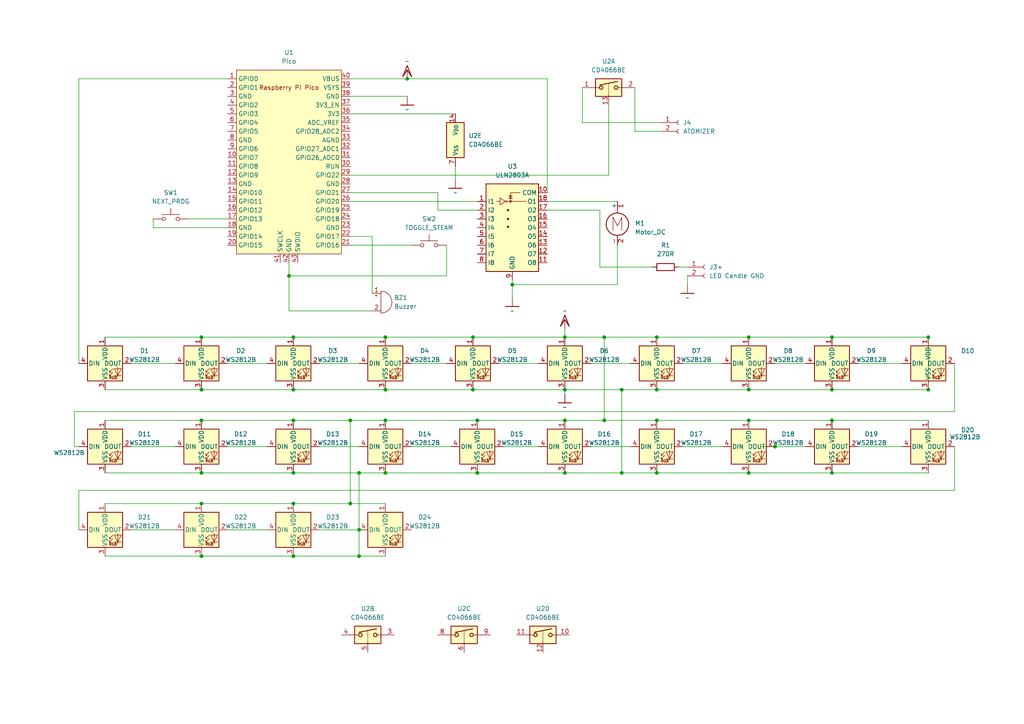
<source format=kicad_sch>
(kicad_sch (version 20231120) (generator "eeschema") (generator_version "8.0")
  (paper "A4")
  (title_block (title "Dr. Moratorius' Steampunk Hat") (date "2024-03-10") (rev "1.0") (company "Dr. Moratorius"))
  (lib_symbols
    (symbol "Adafruit NeoPixel Ring 12-eagle-import:GND" (power)
      (symbol "GND_1_0"
        (polyline (pts (xy -1.905 0) (xy 1.905 0)) (stroke (width 0.254)))
        (pin power_in line (at 0 2.54 270) (length 2.54) (name "GND") (number "1"))
      )
    )
    (symbol "Adafruit NeoPixel Ring 12-eagle-import:VDD" (power)
      (symbol "VDD_1_0"
        (polyline (pts (xy 0 0) (xy -1.27 -1.905)) (stroke (width 0.254)))
        (polyline (pts (xy 0 1.27) (xy -1.27 -1.905)) (stroke (width 0.254)))
        (polyline (pts (xy 1.27 -1.905) (xy 0 0)) (stroke (width 0.254)))
        (polyline (pts (xy 1.27 -1.905) (xy 0 1.27)) (stroke (width 0.254)))
        (pin power_in line (at 0 -2.54 90) (length 2.54) (name "VDD") (number "1"))
      )
    )
    (symbol "Analog_Switch:CD4066BE"
      (property "Reference" "U" (at -5.08 3.81 0))
      (property "Value" "CD4066BE" (at 7.62 3.81 0))
      (symbol "CD4066BE_1_1"
        (rectangle (start -3.81 2.54) (end 3.81 -2.54) (stroke (width 0.254)) (fill (type background)))
        (circle (center -2.159 0) (radius 0.508) (stroke (width 0.254)))
        (polyline (pts (xy -5.08 0) (xy -2.794 0)))
        (polyline (pts (xy -2.54 0.762) (xy 2.54 1.778)) (stroke (width 0.254)))
        (polyline (pts (xy 0 -2.54) (xy 0 -2.032)))
        (polyline (pts (xy 0 -1.778) (xy 0 -1.524)))
        (polyline (pts (xy 0 -1.27) (xy 0 -1.016)))
        (polyline (pts (xy 0 -0.762) (xy 0 -0.508)))
        (polyline (pts (xy 0 -0.254) (xy 0 0)))
        (polyline (pts (xy 0 0.254) (xy 0 0.508)))
        (polyline (pts (xy 0 0.762) (xy 0 1.016)))
        (polyline (pts (xy 5.08 0) (xy 2.794 0)))
        (circle (center 2.159 0) (radius 0.508) (stroke (width 0.254)))
        (pin bidirectional line (at -7.62 0 0) (length 2.54) (name "~") (number "1"))
        (pin input line (at 0 -5.08 90) (length 2.54) (name "~") (number "13"))
        (pin bidirectional line (at 7.62 0 180) (length 2.54) (name "~") (number "2"))
      )
      (symbol "CD4066BE_2_1"
        (rectangle (start -3.81 2.54) (end 3.81 -2.54) (stroke (width 0.254)) (fill (type background)))
        (circle (center -2.159 0) (radius 0.508) (stroke (width 0.254)))
        (polyline (pts (xy -5.08 0) (xy -2.794 0)))
        (polyline (pts (xy -2.54 0.762) (xy 2.54 1.778)) (stroke (width 0.254)))
        (polyline (pts (xy 0 -2.54) (xy 0 -2.032)))
        (polyline (pts (xy 0 -1.778) (xy 0 -1.524)))
        (polyline (pts (xy 0 -1.27) (xy 0 -1.016)))
        (polyline (pts (xy 0 -0.762) (xy 0 -0.508)))
        (polyline (pts (xy 0 -0.254) (xy 0 0)))
        (polyline (pts (xy 0 0.254) (xy 0 0.508)))
        (polyline (pts (xy 0 0.762) (xy 0 1.016)))
        (polyline (pts (xy 5.08 0) (xy 2.794 0)))
        (circle (center 2.159 0) (radius 0.508) (stroke (width 0.254)))
        (pin bidirectional line (at 7.62 0 180) (length 2.54) (name "~") (number "3"))
        (pin bidirectional line (at -7.62 0 0) (length 2.54) (name "~") (number "4"))
        (pin input line (at 0 -5.08 90) (length 2.54) (name "~") (number "5"))
      )
      (symbol "CD4066BE_3_1"
        (rectangle (start -3.81 2.54) (end 3.81 -2.54) (stroke (width 0.254)) (fill (type background)))
        (circle (center -2.159 0) (radius 0.508) (stroke (width 0.254)))
        (polyline (pts (xy -5.08 0) (xy -2.794 0)))
        (polyline (pts (xy -2.54 0.762) (xy 2.54 1.778)) (stroke (width 0.254)))
        (polyline (pts (xy 0 -2.54) (xy 0 -2.032)))
        (polyline (pts (xy 0 -1.778) (xy 0 -1.524)))
        (polyline (pts (xy 0 -1.27) (xy 0 -1.016)))
        (polyline (pts (xy 0 -0.762) (xy 0 -0.508)))
        (polyline (pts (xy 0 -0.254) (xy 0 0)))
        (polyline (pts (xy 0 0.254) (xy 0 0.508)))
        (polyline (pts (xy 0 0.762) (xy 0 1.016)))
        (polyline (pts (xy 5.08 0) (xy 2.794 0)))
        (circle (center 2.159 0) (radius 0.508) (stroke (width 0.254)))
        (pin input line (at 0 -5.08 90) (length 2.54) (name "~") (number "6"))
        (pin bidirectional line (at -7.62 0 0) (length 2.54) (name "~") (number "8"))
        (pin bidirectional line (at 7.62 0 180) (length 2.54) (name "~") (number "9"))
      )
      (symbol "CD4066BE_4_1"
        (rectangle (start -3.81 2.54) (end 3.81 -2.54) (stroke (width 0.254)) (fill (type background)))
        (circle (center -2.159 0) (radius 0.508) (stroke (width 0.254)))
        (polyline (pts (xy -5.08 0) (xy -2.794 0)))
        (polyline (pts (xy -2.54 0.762) (xy 2.54 1.778)) (stroke (width 0.254)))
        (polyline (pts (xy 0 -2.54) (xy 0 -2.032)))
        (polyline (pts (xy 0 -1.778) (xy 0 -1.524)))
        (polyline (pts (xy 0 -1.27) (xy 0 -1.016)))
        (polyline (pts (xy 0 -0.762) (xy 0 -0.508)))
        (polyline (pts (xy 0 -0.254) (xy 0 0)))
        (polyline (pts (xy 0 0.254) (xy 0 0.508)))
        (polyline (pts (xy 0 0.762) (xy 0 1.016)))
        (polyline (pts (xy 5.08 0) (xy 2.794 0)))
        (circle (center 2.159 0) (radius 0.508) (stroke (width 0.254)))
        (pin bidirectional line (at 7.62 0 180) (length 2.54) (name "~") (number "10"))
        (pin bidirectional line (at -7.62 0 0) (length 2.54) (name "~") (number "11"))
        (pin input line (at 0 -5.08 90) (length 2.54) (name "~") (number "12"))
      )
      (symbol "CD4066BE_5_1"
        (rectangle (start -2.54 5.08) (end 2.54 -5.08) (stroke (width 0.254)) (fill (type background)))
        (pin power_in line (at 0 7.62 270) (length 2.54) (name "V_{DD}") (number "14"))
        (pin power_in line (at 0 -7.62 90) (length 2.54) (name "V_{SS}") (number "7"))
      )
    )
    (symbol "Connector:Conn_01x02_Socket" (pin_names (offset 1.016) hide)
      (property "Reference" "J" (at 0 2.54 0))
      (property "Value" "Conn_01x02_Socket" (at 0 -5.08 0))
      (symbol "Conn_01x02_Socket_1_1"
        (arc (start 0 -2.032) (mid -0.5058 -2.54) (end 0 -3.048) (stroke (width 0.1524)))
        (polyline (pts (xy -1.27 -2.54) (xy -0.508 -2.54)) (stroke (width 0.1524)))
        (polyline (pts (xy -1.27 0) (xy -0.508 0)) (stroke (width 0.1524)))
        (arc (start 0 0.508) (mid -0.5058 0) (end 0 -0.508) (stroke (width 0.1524)))
        (pin passive line (at -5.08 0 0) (length 3.81) (name "Pin_1") (number "1"))
        (pin passive line (at -5.08 -2.54 0) (length 3.81) (name "Pin_2") (number "2"))
      )
    )
    (symbol "Device:Buzzer" (pin_names (offset 0.0254) hide)
      (property "Reference" "BZ" (at 3.81 1.27 0))
      (property "Value" "Buzzer" (at 3.81 -1.27 0))
      (symbol "Buzzer_0_1"
        (arc (start 0 -3.175) (mid 3.1612 0) (end 0 3.175))
        (polyline (pts (xy -1.651 1.905) (xy -1.143 1.905)))
        (polyline (pts (xy -1.397 2.159) (xy -1.397 1.651)))
        (polyline (pts (xy 0 3.175) (xy 0 -3.175)))
      )
      (symbol "Buzzer_1_1"
        (pin passive line (at -2.54 2.54 0) (length 2.54) (name "+") (number "1"))
        (pin passive line (at -2.54 -2.54 0) (length 2.54) (name "-") (number "2"))
      )
    )
    (symbol "Device:R" (pin_numbers hide) (pin_names (offset 0))
      (property "Reference" "R" (at 2.032 0 90))
      (property "Value" "R" (at 0 0 90))
      (symbol "R_0_1"
        (rectangle (start -1.016 -2.54) (end 1.016 2.54) (stroke (width 0.254)))
      )
      (symbol "R_1_1"
        (pin passive line (at 0 3.81 270) (length 1.27) (name "~") (number "1"))
        (pin passive line (at 0 -3.81 90) (length 1.27) (name "~") (number "2"))
      )
    )
    (symbol "LED:WS2812B" (pin_names (offset 0.254))
      (property "Reference" "D" (at 5.08 5.715 0))
      (property "Value" "WS2812B" (at 1.27 -5.715 0))
      (symbol "WS2812B_0_0"
        (text "RGB" (at 2.286 -4.191 0) (effects (font (size 0.762 0.762))))
      )
      (symbol "WS2812B_0_1"
        (polyline (pts (xy 1.27 -3.556) (xy 1.778 -3.556)))
        (polyline (pts (xy 1.27 -2.54) (xy 1.778 -2.54)))
        (polyline (pts (xy 4.699 -3.556) (xy 2.667 -3.556)))
        (polyline (pts (xy 2.286 -2.54) (xy 1.27 -3.556) (xy 1.27 -3.048)))
        (polyline (pts (xy 2.286 -1.524) (xy 1.27 -2.54) (xy 1.27 -2.032)))
        (polyline (pts (xy 3.683 -1.016) (xy 3.683 -3.556) (xy 3.683 -4.064)))
        (polyline (pts (xy 4.699 -1.524) (xy 2.667 -1.524) (xy 3.683 -3.556) (xy 4.699 -1.524)))
        (rectangle (start 5.08 5.08) (end -5.08 -5.08) (stroke (width 0.254)) (fill (type background)))
      )
      (symbol "WS2812B_1_1"
        (pin power_in line (at 0 7.62 270) (length 2.54) (name "VDD") (number "1"))
        (pin output line (at 7.62 0 180) (length 2.54) (name "DOUT") (number "2"))
        (pin power_in line (at 0 -7.62 90) (length 2.54) (name "VSS") (number "3"))
        (pin input line (at -7.62 0 0) (length 2.54) (name "DIN") (number "4"))
      )
    )
    (symbol "MCU_RaspberryPi_and_Boards:Pico"
      (property "Reference" "U" (at -13.97 27.94 0))
      (property "Value" "Pico" (at 0 19.05 0))
      (symbol "Pico_0_0"
        (text "Raspberry Pi Pico" (at 0 21.59 0) (effects (font (size 1.27 1.27))))
      )
      (symbol "Pico_0_1"
        (rectangle (start -15.24 26.67) (end 15.24 -26.67) (fill (type background)))
      )
      (symbol "Pico_1_1"
        (pin bidirectional line (at -17.78 24.13 0) (length 2.54) (name "GPIO0") (number "1"))
        (pin bidirectional line (at -17.78 1.27 0) (length 2.54) (name "GPIO7") (number "10"))
        (pin bidirectional line (at -17.78 -1.27 0) (length 2.54) (name "GPIO8") (number "11"))
        (pin bidirectional line (at -17.78 -3.81 0) (length 2.54) (name "GPIO9") (number "12"))
        (pin power_in line (at -17.78 -6.35 0) (length 2.54) (name "GND") (number "13"))
        (pin bidirectional line (at -17.78 -8.89 0) (length 2.54) (name "GPIO10") (number "14"))
        (pin bidirectional line (at -17.78 -11.43 0) (length 2.54) (name "GPIO11") (number "15"))
        (pin bidirectional line (at -17.78 -13.97 0) (length 2.54) (name "GPIO12") (number "16"))
        (pin bidirectional line (at -17.78 -16.51 0) (length 2.54) (name "GPIO13") (number "17"))
        (pin power_in line (at -17.78 -19.05 0) (length 2.54) (name "GND") (number "18"))
        (pin bidirectional line (at -17.78 -21.59 0) (length 2.54) (name "GPIO14") (number "19"))
        (pin bidirectional line (at -17.78 21.59 0) (length 2.54) (name "GPIO1") (number "2"))
        (pin bidirectional line (at -17.78 -24.13 0) (length 2.54) (name "GPIO15") (number "20"))
        (pin bidirectional line (at 17.78 -24.13 180) (length 2.54) (name "GPIO16") (number "21"))
        (pin bidirectional line (at 17.78 -21.59 180) (length 2.54) (name "GPIO17") (number "22"))
        (pin power_in line (at 17.78 -19.05 180) (length 2.54) (name "GND") (number "23"))
        (pin bidirectional line (at 17.78 -16.51 180) (length 2.54) (name "GPIO18") (number "24"))
        (pin bidirectional line (at 17.78 -13.97 180) (length 2.54) (name "GPIO19") (number "25"))
        (pin bidirectional line (at 17.78 -11.43 180) (length 2.54) (name "GPIO20") (number "26"))
        (pin bidirectional line (at 17.78 -8.89 180) (length 2.54) (name "GPIO21") (number "27"))
        (pin power_in line (at 17.78 -6.35 180) (length 2.54) (name "GND") (number "28"))
        (pin bidirectional line (at 17.78 -3.81 180) (length 2.54) (name "GPIO22") (number "29"))
        (pin power_in line (at -17.78 19.05 0) (length 2.54) (name "GND") (number "3"))
        (pin input line (at 17.78 -1.27 180) (length 2.54) (name "RUN") (number "30"))
        (pin bidirectional line (at 17.78 1.27 180) (length 2.54) (name "GPIO26_ADC0") (number "31"))
        (pin bidirectional line (at 17.78 3.81 180) (length 2.54) (name "GPIO27_ADC1") (number "32"))
        (pin power_in line (at 17.78 6.35 180) (length 2.54) (name "AGND") (number "33"))
        (pin bidirectional line (at 17.78 8.89 180) (length 2.54) (name "GPIO28_ADC2") (number "34"))
        (pin power_in line (at 17.78 11.43 180) (length 2.54) (name "ADC_VREF") (number "35"))
        (pin power_in line (at 17.78 13.97 180) (length 2.54) (name "3V3") (number "36"))
        (pin input line (at 17.78 16.51 180) (length 2.54) (name "3V3_EN") (number "37"))
        (pin bidirectional line (at 17.78 19.05 180) (length 2.54) (name "GND") (number "38"))
        (pin power_in line (at 17.78 21.59 180) (length 2.54) (name "VSYS") (number "39"))
        (pin bidirectional line (at -17.78 16.51 0) (length 2.54) (name "GPIO2") (number "4"))
        (pin power_in line (at 17.78 24.13 180) (length 2.54) (name "VBUS") (number "40"))
        (pin input line (at -2.54 -29.21 90) (length 2.54) (name "SWCLK") (number "41"))
        (pin power_in line (at 0 -29.21 90) (length 2.54) (name "GND") (number "42"))
        (pin bidirectional line (at 2.54 -29.21 90) (length 2.54) (name "SWDIO") (number "43"))
        (pin bidirectional line (at -17.78 13.97 0) (length 2.54) (name "GPIO3") (number "5"))
        (pin bidirectional line (at -17.78 11.43 0) (length 2.54) (name "GPIO4") (number "6"))
        (pin bidirectional line (at -17.78 8.89 0) (length 2.54) (name "GPIO5") (number "7"))
        (pin power_in line (at -17.78 6.35 0) (length 2.54) (name "GND") (number "8"))
        (pin bidirectional line (at -17.78 3.81 0) (length 2.54) (name "GPIO6") (number "9"))
      )
    )
    (symbol "Motor:Motor_DC" (pin_names (offset 0))
      (property "Reference" "M" (at 2.54 2.54 0))
      (property "Value" "Motor_DC" (at 2.54 -5.08 0))
      (symbol "Motor_DC_0_0"
        (polyline (pts (xy -1.27 -3.302) (xy -1.27 0.508) (xy 0 -2.032) (xy 1.27 0.508) (xy 1.27 -3.302)))
      )
      (symbol "Motor_DC_0_1"
        (circle (center 0 -1.524) (radius 3.2512) (stroke (width 0.254)))
        (polyline (pts (xy 0 -7.62) (xy 0 -7.112)))
        (polyline (pts (xy 0 -4.7752) (xy 0 -5.1816)))
        (polyline (pts (xy 0 1.7272) (xy 0 2.0828)))
        (polyline (pts (xy 0 2.032) (xy 0 2.54)))
      )
      (symbol "Motor_DC_1_1"
        (pin passive line (at 0 5.08 270) (length 2.54) (name "+") (number "1"))
        (pin passive line (at 0 -7.62 90) (length 2.54) (name "-") (number "2"))
      )
    )
    (symbol "Switch:SW_Push" (pin_numbers hide) (pin_names (offset 1.016) hide)
      (property "Reference" "SW" (at 1.27 2.54 0))
      (property "Value" "SW_Push" (at 0 -1.524 0))
      (symbol "SW_Push_0_1"
        (circle (center -2.032 0) (radius 0.508))
        (polyline (pts (xy 0 1.27) (xy 0 3.048)))
        (polyline (pts (xy 2.54 1.27) (xy -2.54 1.27)))
        (circle (center 2.032 0) (radius 0.508))
        (pin passive line (at -5.08 0 0) (length 2.54) (name "1") (number "1"))
        (pin passive line (at 5.08 0 180) (length 2.54) (name "2") (number "2"))
      )
    )
    (symbol "Transistor_Array:ULN2803A"
      (property "Reference" "U" (at 0 13.335 0))
      (property "Value" "ULN2803A" (at 0 11.43 0))
      (symbol "ULN2803A_0_1"
        (rectangle (start -7.62 -15.24) (end 7.62 10.16) (stroke (width 0.254)) (fill (type background)))
        (circle (center -1.778 5.08) (radius 0.254))
        (circle (center -1.27 -2.286) (radius 0.254) (fill (type outline)))
        (circle (center -1.27 0) (radius 0.254) (fill (type outline)))
        (circle (center -1.27 2.54) (radius 0.254) (fill (type outline)))
        (circle (center -0.508 5.08) (radius 0.254) (fill (type outline)))
        (polyline (pts (xy -4.572 5.08) (xy -3.556 5.08)))
        (polyline (pts (xy -1.524 5.08) (xy 4.064 5.08)))
        (polyline (pts (xy 0 6.731) (xy -1.016 6.731)))
        (polyline (pts (xy -0.508 5.08) (xy -0.508 7.62) (xy 2.286 7.62)))
        (polyline (pts (xy -3.556 6.096) (xy -3.556 4.064) (xy -2.032 5.08) (xy -3.556 6.096)))
        (polyline (pts (xy 0 5.969) (xy -1.016 5.969) (xy -0.508 6.731) (xy 0 5.969)))
      )
      (symbol "ULN2803A_1_1"
        (pin input line (at -10.16 5.08 0) (length 2.54) (name "I1") (number "1"))
        (pin passive line (at 10.16 7.62 180) (length 2.54) (name "COM") (number "10"))
        (pin open_collector line (at 10.16 -12.7 180) (length 2.54) (name "O8") (number "11"))
        (pin open_collector line (at 10.16 -10.16 180) (length 2.54) (name "O7") (number "12"))
        (pin open_collector line (at 10.16 -7.62 180) (length 2.54) (name "O6") (number "13"))
        (pin open_collector line (at 10.16 -5.08 180) (length 2.54) (name "O5") (number "14"))
        (pin open_collector line (at 10.16 -2.54 180) (length 2.54) (name "O4") (number "15"))
        (pin open_collector line (at 10.16 0 180) (length 2.54) (name "O3") (number "16"))
        (pin open_collector line (at 10.16 2.54 180) (length 2.54) (name "O2") (number "17"))
        (pin open_collector line (at 10.16 5.08 180) (length 2.54) (name "O1") (number "18"))
        (pin input line (at -10.16 2.54 0) (length 2.54) (name "I2") (number "2"))
        (pin input line (at -10.16 0 0) (length 2.54) (name "I3") (number "3"))
        (pin input line (at -10.16 -2.54 0) (length 2.54) (name "I4") (number "4"))
        (pin input line (at -10.16 -5.08 0) (length 2.54) (name "I5") (number "5"))
        (pin input line (at -10.16 -7.62 0) (length 2.54) (name "I6") (number "6"))
        (pin input line (at -10.16 -10.16 0) (length 2.54) (name "I7") (number "7"))
        (pin input line (at -10.16 -12.7 0) (length 2.54) (name "I8") (number "8"))
        (pin power_in line (at 0 -17.78 90) (length 2.54) (name "GND") (number "9"))
      )
    )
  )
  (junction (at 85.09 161.29))
  (junction (at 241.3 97.79))
  (junction (at 58.42 161.29))
  (junction (at 137.16 97.79))
  (junction (at 190.5 97.79))
  (junction (at 101.6 121.92))
  (junction (at 163.83 97.79))
  (junction (at 148.59 82.55))
  (junction (at 217.17 121.92))
  (junction (at 118.11 22.86))
  (junction (at 58.42 137.16))
  (junction (at 85.09 137.16))
  (junction (at 180.34 137.16))
  (junction (at 190.5 137.16))
  (junction (at 104.14 161.29))
  (junction (at 269.24 97.79))
  (junction (at 224.79 129.54))
  (junction (at 180.34 113.03))
  (junction (at 85.09 121.92))
  (junction (at 104.14 137.16))
  (junction (at 217.17 113.03))
  (junction (at 241.3 121.92))
  (junction (at 163.83 121.92))
  (junction (at 85.09 97.79))
  (junction (at 111.76 121.92))
  (junction (at 58.42 113.03))
  (junction (at 163.83 137.16))
  (junction (at 190.5 113.03))
  (junction (at 111.76 97.79))
  (junction (at 101.6 146.05))
  (junction (at 137.16 113.03))
  (junction (at 175.26 121.92))
  (junction (at 83.82 80.01))
  (junction (at 217.17 137.16))
  (junction (at 111.76 137.16))
  (junction (at 138.43 137.16))
  (junction (at 58.42 121.92))
  (junction (at 58.42 97.79))
  (junction (at 241.3 113.03))
  (junction (at 175.26 97.79))
  (junction (at 190.5 121.92))
  (junction (at 241.3 137.16))
  (junction (at 104.14 153.67))
  (junction (at 58.42 146.05))
  (junction (at 85.09 113.03))
  (junction (at 85.09 146.05))
  (junction (at 111.76 113.03))
  (junction (at 163.83 113.03))
  (junction (at 138.43 121.92))
  (junction (at 217.17 97.79))
  (junction (at 269.24 113.03))
  (wire (pts (xy 137.16 113.03) (xy 163.83 113.03)))
  (wire (pts (xy 22.86 22.86) (xy 66.04 22.86)))
  (wire (pts (xy 248.92 129.54) (xy 261.62 129.54)))
  (wire (pts (xy 163.83 121.92) (xy 175.26 121.92)))
  (wire (pts (xy 21.59 119.38) (xy 276.86 119.38)))
  (wire (pts (xy 129.54 80.01) (xy 129.54 71.12)))
  (wire (pts (xy 190.5 137.16) (xy 217.17 137.16)))
  (wire (pts (xy 158.75 22.86) (xy 118.11 22.86)))
  (wire (pts (xy 83.82 80.01) (xy 83.82 90.17)))
  (wire (pts (xy 44.45 66.04) (xy 66.04 66.04)))
  (wire (pts (xy 241.3 113.03) (xy 269.24 113.03)))
  (wire (pts (xy 158.75 22.86) (xy 158.75 55.88)))
  (wire (pts (xy 184.15 38.1) (xy 191.77 38.1)))
  (wire (pts (xy 241.3 137.16) (xy 269.24 137.16)))
  (wire (pts (xy 58.42 113.03) (xy 85.09 113.03)))
  (wire (pts (xy 66.04 105.41) (xy 77.47 105.41)))
  (wire (pts (xy 104.14 153.67) (xy 104.14 161.29)))
  (wire (pts (xy 168.91 25.4) (xy 168.91 35.56)))
  (wire (pts (xy 127 55.88) (xy 127 60.96)))
  (wire (pts (xy 146.05 129.54) (xy 156.21 129.54)))
  (wire (pts (xy 276.86 142.24) (xy 22.86 142.24)))
  (wire (pts (xy 241.3 121.92) (xy 269.24 121.92)))
  (wire (pts (xy 30.48 121.92) (xy 58.42 121.92)))
  (wire (pts (xy 163.83 97.79) (xy 175.26 97.79)))
  (wire (pts (xy 92.71 105.41) (xy 104.14 105.41)))
  (wire (pts (xy 224.79 105.41) (xy 233.68 105.41)))
  (wire (pts (xy 30.48 146.05) (xy 58.42 146.05)))
  (wire (pts (xy 44.45 63.5) (xy 44.45 66.04)))
  (wire (pts (xy 198.12 129.54) (xy 209.55 129.54)))
  (wire (pts (xy 101.6 50.8) (xy 176.53 50.8)))
  (wire (pts (xy 66.04 153.67) (xy 77.47 153.67)))
  (wire (pts (xy 101.6 121.92) (xy 111.76 121.92)))
  (wire (pts (xy 179.07 82.55) (xy 148.59 82.55)))
  (wire (pts (xy 180.34 113.03) (xy 180.34 137.16)))
  (wire (pts (xy 101.6 22.86) (xy 118.11 22.86)))
  (wire (pts (xy 111.76 113.03) (xy 137.16 113.03)))
  (wire (pts (xy 217.17 137.16) (xy 241.3 137.16)))
  (wire (pts (xy 248.92 105.41) (xy 261.62 105.41)))
  (wire (pts (xy 180.34 113.03) (xy 190.5 113.03)))
  (wire (pts (xy 85.09 146.05) (xy 101.6 146.05)))
  (wire (pts (xy 173.99 60.96) (xy 173.99 77.47)))
  (wire (pts (xy 180.34 137.16) (xy 190.5 137.16)))
  (wire (pts (xy 163.83 113.03) (xy 180.34 113.03)))
  (wire (pts (xy 104.14 137.16) (xy 111.76 137.16)))
  (wire (pts (xy 127 60.96) (xy 138.43 60.96)))
  (wire (pts (xy 276.86 129.54) (xy 276.86 142.24)))
  (wire (pts (xy 101.6 146.05) (xy 111.76 146.05)))
  (wire (pts (xy 132.08 48.26) (xy 132.08 52.07)))
  (wire (pts (xy 190.5 113.03) (xy 217.17 113.03)))
  (wire (pts (xy 111.76 97.79) (xy 137.16 97.79)))
  (wire (pts (xy 138.43 137.16) (xy 163.83 137.16)))
  (wire (pts (xy 22.86 22.86) (xy 22.86 105.41)))
  (wire (pts (xy 30.48 97.79) (xy 58.42 97.79)))
  (wire (pts (xy 85.09 97.79) (xy 111.76 97.79)))
  (wire (pts (xy 173.99 77.47) (xy 189.23 77.47)))
  (wire (pts (xy 168.91 35.56) (xy 191.77 35.56)))
  (wire (pts (xy 217.17 113.03) (xy 241.3 113.03)))
  (wire (pts (xy 190.5 121.92) (xy 217.17 121.92)))
  (wire (pts (xy 179.07 71.12) (xy 179.07 82.55)))
  (wire (pts (xy 104.14 161.29) (xy 111.76 161.29)))
  (wire (pts (xy 144.78 105.41) (xy 156.21 105.41)))
  (wire (pts (xy 101.6 68.58) (xy 107.95 68.58)))
  (wire (pts (xy 148.59 81.28) (xy 148.59 82.55)))
  (wire (pts (xy 224.79 129.54) (xy 233.68 129.54)))
  (wire (pts (xy 196.85 77.47) (xy 199.39 77.47)))
  (wire (pts (xy 101.6 121.92) (xy 101.6 146.05)))
  (wire (pts (xy 171.45 129.54) (xy 182.88 129.54)))
  (wire (pts (xy 138.43 121.92) (xy 163.83 121.92)))
  (wire (pts (xy 217.17 97.79) (xy 241.3 97.79)))
  (wire (pts (xy 148.59 82.55) (xy 148.59 86.36)))
  (wire (pts (xy 85.09 161.29) (xy 104.14 161.29)))
  (wire (pts (xy 158.75 58.42) (xy 179.07 58.42)))
  (wire (pts (xy 83.82 76.2) (xy 83.82 80.01)))
  (wire (pts (xy 58.42 146.05) (xy 85.09 146.05)))
  (wire (pts (xy 158.75 60.96) (xy 173.99 60.96)))
  (wire (pts (xy 175.26 97.79) (xy 175.26 121.92)))
  (wire (pts (xy 85.09 137.16) (xy 104.14 137.16)))
  (wire (pts (xy 83.82 90.17) (xy 107.95 90.17)))
  (wire (pts (xy 21.59 129.54) (xy 21.59 119.38)))
  (wire (pts (xy 66.04 129.54) (xy 77.47 129.54)))
  (wire (pts (xy 111.76 121.92) (xy 138.43 121.92)))
  (wire (pts (xy 163.83 137.16) (xy 180.34 137.16)))
  (wire (pts (xy 276.86 119.38) (xy 276.86 105.41)))
  (wire (pts (xy 107.95 68.58) (xy 107.95 85.09)))
  (wire (pts (xy 101.6 58.42) (xy 138.43 58.42)))
  (wire (pts (xy 58.42 97.79) (xy 85.09 97.79)))
  (wire (pts (xy 199.39 80.01) (xy 199.39 82.55)))
  (wire (pts (xy 58.42 161.29) (xy 85.09 161.29)))
  (wire (pts (xy 111.76 137.16) (xy 138.43 137.16)))
  (wire (pts (xy 217.17 121.92) (xy 241.3 121.92)))
  (wire (pts (xy 269.24 113.03) (xy 269.24 97.79)))
  (wire (pts (xy 119.38 105.41) (xy 129.54 105.41)))
  (wire (pts (xy 92.71 129.54) (xy 104.14 129.54)))
  (wire (pts (xy 119.38 129.54) (xy 130.81 129.54)))
  (wire (pts (xy 224.79 129.54) (xy 220.98 129.54)))
  (wire (pts (xy 137.16 97.79) (xy 163.83 97.79)))
  (wire (pts (xy 171.45 105.41) (xy 182.88 105.41)))
  (wire (pts (xy 175.26 97.79) (xy 190.5 97.79)))
  (wire (pts (xy 38.1 153.67) (xy 50.8 153.67)))
  (wire (pts (xy 101.6 55.88) (xy 127 55.88)))
  (wire (pts (xy 58.42 137.16) (xy 85.09 137.16)))
  (wire (pts (xy 30.48 113.03) (xy 58.42 113.03)))
  (wire (pts (xy 92.71 153.67) (xy 104.14 153.67)))
  (wire (pts (xy 85.09 121.92) (xy 101.6 121.92)))
  (wire (pts (xy 83.82 80.01) (xy 129.54 80.01)))
  (wire (pts (xy 22.86 142.24) (xy 22.86 153.67)))
  (wire (pts (xy 101.6 33.02) (xy 132.08 33.02)))
  (wire (pts (xy 163.83 113.03) (xy 163.83 114.3)))
  (wire (pts (xy 175.26 121.92) (xy 190.5 121.92)))
  (wire (pts (xy 85.09 113.03) (xy 111.76 113.03)))
  (wire (pts (xy 58.42 121.92) (xy 85.09 121.92)))
  (wire (pts (xy 54.61 63.5) (xy 66.04 63.5)))
  (wire (pts (xy 21.59 129.54) (xy 22.86 129.54)))
  (wire (pts (xy 176.53 30.48) (xy 176.53 50.8)))
  (wire (pts (xy 38.1 129.54) (xy 50.8 129.54)))
  (wire (pts (xy 30.48 137.16) (xy 58.42 137.16)))
  (wire (pts (xy 184.15 25.4) (xy 184.15 38.1)))
  (wire (pts (xy 241.3 97.79) (xy 269.24 97.79)))
  (wire (pts (xy 30.48 161.29) (xy 58.42 161.29)))
  (wire (pts (xy 38.1 105.41) (xy 50.8 105.41)))
  (wire (pts (xy 163.83 95.25) (xy 163.83 97.79)))
  (wire (pts (xy 198.12 105.41) (xy 209.55 105.41)))
  (wire (pts (xy 104.14 137.16) (xy 104.14 153.67)))
  (wire (pts (xy 190.5 97.79) (xy 217.17 97.79)))
  (wire (pts (xy 101.6 71.12) (xy 119.38 71.12)))
  (wire (pts (xy 101.6 27.94) (xy 118.11 27.94)))
  (symbol (lib_id "LED:WS2812B") (at 269.24 105.41 0) (unit 1)
    (property "Reference" "D10" (at 280.67 101.762 0))
    (property "Value" "WS2812B" (at 20.066 131.318 0))
    (property "Footprint" "LED_SMD:LED_WS2812B_PLCC4_5.0x5.0mm_P3.2mm" (effects (hide yes)))
    (property "Datasheet" "https://cdn-shop.adafruit.com/datasheets/WS2812B.pdf" (effects (hide yes)))
    (property "Description" "RGB LED with integrated controller" (effects (hide yes)))
  )
  (symbol (lib_id "LED:WS2812B") (at 190.5 129.54 0) (unit 1)
    (property "Reference" "D17" (at 201.93 125.892 0))
    (property "Value" "WS2812B" (at 201.93 128.432 0))
    (property "Footprint" "LED_SMD:LED_WS2812B_PLCC4_5.0x5.0mm_P3.2mm" (effects (hide yes)))
    (property "Datasheet" "https://cdn-shop.adafruit.com/datasheets/WS2812B.pdf" (effects (hide yes)))
    (property "Description" "RGB LED with integrated controller" (effects (hide yes)))
  )
  (symbol (lib_id "LED:WS2812B") (at 163.83 105.41 0) (unit 1)
    (property "Reference" "D6" (at 175.26 101.762 0))
    (property "Value" "WS2812B" (at 175.26 104.302 0))
    (property "Footprint" "LED_SMD:LED_WS2812B_PLCC4_5.0x5.0mm_P3.2mm" (effects (hide yes)))
    (property "Datasheet" "https://cdn-shop.adafruit.com/datasheets/WS2812B.pdf" (effects (hide yes)))
    (property "Description" "RGB LED with integrated controller" (effects (hide yes)))
  )
  (symbol (lib_id "Analog_Switch:CD4066BE") (at 132.08 40.64 0) (unit 5)
    (property "Reference" "U2" (at 135.89 39.3699 0) (effects (justify left)))
    (property "Value" "CD4066BE" (at 135.89 41.9099 0) (effects (justify left)))
    (property "Footprint" "Package_DIP:DIP-14_W7.62mm" (effects (hide yes)))
    (property "Datasheet" "https://www.ti.com/lit/ds/symlink/cd4066b.pdf" (effects (hide yes)))
    (property "Description" "Quad 20V analog SPST 1:1 switch, DIP-14" (effects (hide yes)))
  )
  (symbol (lib_id "LED:WS2812B") (at 190.5 105.41 0) (unit 1)
    (property "Reference" "D7" (at 201.93 101.762 0))
    (property "Value" "WS2812B" (at 201.93 104.302 0))
    (property "Footprint" "LED_SMD:LED_WS2812B_PLCC4_5.0x5.0mm_P3.2mm" (effects (hide yes)))
    (property "Datasheet" "https://cdn-shop.adafruit.com/datasheets/WS2812B.pdf" (effects (hide yes)))
    (property "Description" "RGB LED with integrated controller" (effects (hide yes)))
  )
  (symbol (lib_id "Switch:SW_Push") (at 49.53 63.5 0) (unit 1)
    (property "Reference" "SW1" (at 49.53 55.88 0))
    (property "Value" "NEXT_PROG" (at 49.53 58.42 0))
    (property "Description" "Push button switch, generic, two pins" (effects (hide yes)))
  )
  (symbol (lib_id "Analog_Switch:CD4066BE") (at 134.62 184.15 0) (unit 3)
    (property "Reference" "U2" (at 134.62 176.53 0))
    (property "Value" "CD4066BE" (at 134.62 179.07 0))
    (property "Footprint" "Package_DIP:DIP-14_W7.62mm" (effects (hide yes)))
    (property "Datasheet" "https://www.ti.com/lit/ds/symlink/cd4066b.pdf" (effects (hide yes)))
    (property "Description" "Quad 20V analog SPST 1:1 switch, DIP-14" (effects (hide yes)))
  )
  (symbol (lib_id "LED:WS2812B") (at 58.42 129.54 0) (unit 1)
    (property "Reference" "D12" (at 69.85 125.892 0))
    (property "Value" "WS2812B" (at 69.85 128.432 0))
    (property "Footprint" "LED_SMD:LED_WS2812B_PLCC4_5.0x5.0mm_P3.2mm" (effects (hide yes)))
    (property "Datasheet" "https://cdn-shop.adafruit.com/datasheets/WS2812B.pdf" (effects (hide yes)))
    (property "Description" "RGB LED with integrated controller" (effects (hide yes)))
  )
  (symbol (lib_id "Connector:Conn_01x02_Socket") (at 204.47 77.47 0) (unit 1)
    (property "Reference" "J3+" (at 205.74 77.4699 0) (effects (justify left)))
    (property "Value" "LED Candle GND" (at 205.74 80.0099 0) (effects (justify left)))
    (property "Description" "Generic connector, single row, 01x02, script generated" (effects (hide yes)))
  )
  (symbol (lib_id "Analog_Switch:CD4066BE") (at 176.53 25.4 0) (unit 1)
    (property "Reference" "U2" (at 176.53 17.78 0))
    (property "Value" "CD4066BE" (at 176.53 20.32 0))
    (property "Footprint" "Package_DIP:DIP-14_W7.62mm" (effects (hide yes)))
    (property "Datasheet" "https://www.ti.com/lit/ds/symlink/cd4066b.pdf" (effects (hide yes)))
    (property "Description" "Quad 20V analog SPST 1:1 switch, DIP-14" (effects (hide yes)))
  )
  (symbol (lib_id "LED:WS2812B") (at 111.76 105.41 0) (unit 1)
    (property "Reference" "D4" (at 123.19 101.762 0))
    (property "Value" "WS2812B" (at 123.19 104.302 0))
    (property "Footprint" "LED_SMD:LED_WS2812B_PLCC4_5.0x5.0mm_P3.2mm" (effects (hide yes)))
    (property "Datasheet" "https://cdn-shop.adafruit.com/datasheets/WS2812B.pdf" (effects (hide yes)))
    (property "Description" "RGB LED with integrated controller" (effects (hide yes)))
  )
  (symbol (lib_id "MCU_RaspberryPi_and_Boards:Pico") (at 83.82 46.99 0) (unit 1)
    (property "Reference" "U1" (at 83.82 15.24 0))
    (property "Value" "Pico" (at 83.82 17.78 0))
    (property "Footprint" "RPi_Pico:RPi_Pico_SMD_TH" (effects (hide yes)))
  )
  (symbol (lib_id "LED:WS2812B") (at 241.3 105.41 0) (unit 1)
    (property "Reference" "D9" (at 252.73 101.762 0))
    (property "Value" "WS2812B" (at 252.73 104.302 0))
    (property "Footprint" "LED_SMD:LED_WS2812B_PLCC4_5.0x5.0mm_P3.2mm" (effects (hide yes)))
    (property "Datasheet" "https://cdn-shop.adafruit.com/datasheets/WS2812B.pdf" (effects (hide yes)))
    (property "Description" "RGB LED with integrated controller" (effects (hide yes)))
  )
  (symbol (lib_id "LED:WS2812B") (at 85.09 129.54 0) (unit 1)
    (property "Reference" "D13" (at 96.52 125.892 0))
    (property "Value" "WS2812B" (at 96.52 128.432 0))
    (property "Footprint" "LED_SMD:LED_WS2812B_PLCC4_5.0x5.0mm_P3.2mm" (effects (hide yes)))
    (property "Datasheet" "https://cdn-shop.adafruit.com/datasheets/WS2812B.pdf" (effects (hide yes)))
    (property "Description" "RGB LED with integrated controller" (effects (hide yes)))
  )
  (symbol (lib_id "Analog_Switch:CD4066BE") (at 106.68 184.15 0) (unit 2)
    (property "Reference" "U2" (at 106.68 176.53 0))
    (property "Value" "CD4066BE" (at 106.68 179.07 0))
    (property "Footprint" "Package_DIP:DIP-14_W7.62mm" (effects (hide yes)))
    (property "Datasheet" "https://www.ti.com/lit/ds/symlink/cd4066b.pdf" (effects (hide yes)))
    (property "Description" "Quad 20V analog SPST 1:1 switch, DIP-14" (effects (hide yes)))
  )
  (symbol (lib_id "Device:Buzzer") (at 110.49 87.63 0) (unit 1)
    (property "Reference" "BZ1" (at 114.3 86.3599 0) (effects (justify left)))
    (property "Value" "Buzzer" (at 114.3 88.8999 0) (effects (justify left)))
    (property "Description" "Buzzer, polarized" (effects (hide yes)))
  )
  (symbol (lib_id "Adafruit NeoPixel Ring 12-eagle-import:VDD") (at 118.11 20.32 0) (unit 1)
    (property "Reference" "#VDD03" (effects (hide yes)))
    (property "Value" "~" (at 118.11 17.78 0) (effects (font (size 1.778 1.5113))))
    (property "Description" "SUPPLY SYMBOL" (effects (hide yes)))
  )
  (symbol (lib_id "LED:WS2812B") (at 163.83 129.54 0) (unit 1)
    (property "Reference" "D16" (at 175.26 125.892 0))
    (property "Value" "WS2812B" (at 175.26 128.432 0))
    (property "Footprint" "LED_SMD:LED_WS2812B_PLCC4_5.0x5.0mm_P3.2mm" (effects (hide yes)))
    (property "Datasheet" "https://cdn-shop.adafruit.com/datasheets/WS2812B.pdf" (effects (hide yes)))
    (property "Description" "RGB LED with integrated controller" (effects (hide yes)))
  )
  (symbol (lib_id "LED:WS2812B") (at 241.3 129.54 0) (unit 1)
    (property "Reference" "D19" (at 252.73 125.892 0))
    (property "Value" "WS2812B" (at 252.73 128.432 0))
    (property "Footprint" "LED_SMD:LED_WS2812B_PLCC4_5.0x5.0mm_P3.2mm" (effects (hide yes)))
    (property "Datasheet" "https://cdn-shop.adafruit.com/datasheets/WS2812B.pdf" (effects (hide yes)))
    (property "Description" "RGB LED with integrated controller" (effects (hide yes)))
  )
  (symbol (lib_id "LED:WS2812B") (at 217.17 105.41 0) (unit 1)
    (property "Reference" "D8" (at 228.6 101.762 0))
    (property "Value" "WS2812B" (at 228.6 104.302 0))
    (property "Footprint" "LED_SMD:LED_WS2812B_PLCC4_5.0x5.0mm_P3.2mm" (effects (hide yes)))
    (property "Datasheet" "https://cdn-shop.adafruit.com/datasheets/WS2812B.pdf" (effects (hide yes)))
    (property "Description" "RGB LED with integrated controller" (effects (hide yes)))
  )
  (symbol (lib_id "Adafruit NeoPixel Ring 12-eagle-import:GND") (at 118.11 30.48 0) (unit 1)
    (property "Reference" "#GND03" (effects (hide yes)))
    (property "Value" "~" (at 118.11 31.75 0) (effects (font (size 1.778 1.5113))))
    (property "Description" "SUPPLY SYMBOL" (effects (hide yes)))
  )
  (symbol (lib_id "LED:WS2812B") (at 269.24 129.54 0) (unit 1)
    (property "Reference" "D20" (at 280.67 124.714 0))
    (property "Value" "WS2812B" (at 279.908 126.746 0))
    (property "Footprint" "LED_SMD:LED_WS2812B_PLCC4_5.0x5.0mm_P3.2mm" (effects (hide yes)))
    (property "Datasheet" "https://cdn-shop.adafruit.com/datasheets/WS2812B.pdf" (effects (hide yes)))
    (property "Description" "RGB LED with integrated controller" (effects (hide yes)))
  )
  (symbol (lib_id "LED:WS2812B") (at 85.09 153.67 0) (unit 1)
    (property "Reference" "D23" (at 96.52 150.022 0))
    (property "Value" "WS2812B" (at 96.52 152.562 0))
    (property "Footprint" "LED_SMD:LED_WS2812B_PLCC4_5.0x5.0mm_P3.2mm" (effects (hide yes)))
    (property "Datasheet" "https://cdn-shop.adafruit.com/datasheets/WS2812B.pdf" (effects (hide yes)))
    (property "Description" "RGB LED with integrated controller" (effects (hide yes)))
  )
  (symbol (lib_id "LED:WS2812B") (at 138.43 129.54 0) (unit 1)
    (property "Reference" "D15" (at 149.86 125.892 0))
    (property "Value" "WS2812B" (at 149.86 128.432 0))
    (property "Footprint" "LED_SMD:LED_WS2812B_PLCC4_5.0x5.0mm_P3.2mm" (effects (hide yes)))
    (property "Datasheet" "https://cdn-shop.adafruit.com/datasheets/WS2812B.pdf" (effects (hide yes)))
    (property "Description" "RGB LED with integrated controller" (effects (hide yes)))
  )
  (symbol (lib_id "Adafruit NeoPixel Ring 12-eagle-import:GND") (at 132.08 54.61 0) (unit 1)
    (property "Reference" "#GND05" (effects (hide yes)))
    (property "Value" "~" (at 132.08 55.88 0) (effects (font (size 1.778 1.5113))))
    (property "Description" "SUPPLY SYMBOL" (effects (hide yes)))
  )
  (symbol (lib_id "LED:WS2812B") (at 58.42 153.67 0) (unit 1)
    (property "Reference" "D22" (at 69.85 150.022 0))
    (property "Value" "WS2812B" (at 69.85 152.562 0))
    (property "Footprint" "LED_SMD:LED_WS2812B_PLCC4_5.0x5.0mm_P3.2mm" (effects (hide yes)))
    (property "Datasheet" "https://cdn-shop.adafruit.com/datasheets/WS2812B.pdf" (effects (hide yes)))
    (property "Description" "RGB LED with integrated controller" (effects (hide yes)))
  )
  (symbol (lib_id "Device:R") (at 193.04 77.47 270) (unit 1)
    (property "Reference" "R1" (at 193.04 71.12 90))
    (property "Value" "270R" (at 193.04 73.66 90))
    (property "Description" "Resistor" (effects (hide yes)))
  )
  (symbol (lib_id "Adafruit NeoPixel Ring 12-eagle-import:GND") (at 199.39 85.09 0) (unit 1)
    (property "Reference" "#GND06" (effects (hide yes)))
    (property "Value" "~" (at 199.39 86.36 0) (effects (font (size 1.778 1.5113))))
    (property "Description" "SUPPLY SYMBOL" (effects (hide yes)))
  )
  (symbol (lib_id "LED:WS2812B") (at 111.76 153.67 0) (unit 1)
    (property "Reference" "D24" (at 123.19 150.022 0))
    (property "Value" "WS2812B" (at 123.19 152.562 0))
    (property "Footprint" "LED_SMD:LED_WS2812B_PLCC4_5.0x5.0mm_P3.2mm" (effects (hide yes)))
    (property "Datasheet" "https://cdn-shop.adafruit.com/datasheets/WS2812B.pdf" (effects (hide yes)))
    (property "Description" "RGB LED with integrated controller" (effects (hide yes)))
  )
  (symbol (lib_id "Transistor_Array:ULN2803A") (at 148.59 63.5 0) (unit 1)
    (property "Reference" "U3" (at 148.59 48.26 0))
    (property "Value" "ULN2803A" (at 148.59 50.8 0))
    (property "Datasheet" "http://www.ti.com/lit/ds/symlink/uln2803a.pdf" (effects (hide yes)))
    (property "Description" "Darlington Transistor Arrays, SOIC18/DIP18" (effects (hide yes)))
  )
  (symbol (lib_id "Analog_Switch:CD4066BE") (at 157.48 184.15 0) (unit 4)
    (property "Reference" "U2" (at 157.48 176.53 0))
    (property "Value" "CD4066BE" (at 157.48 179.07 0))
    (property "Footprint" "Package_DIP:DIP-14_W7.62mm" (effects (hide yes)))
    (property "Datasheet" "https://www.ti.com/lit/ds/symlink/cd4066b.pdf" (effects (hide yes)))
    (property "Description" "Quad 20V analog SPST 1:1 switch, DIP-14" (effects (hide yes)))
  )
  (symbol (lib_id "LED:WS2812B") (at 30.48 105.41 0) (unit 1)
    (property "Reference" "D1" (at 41.91 101.762 0))
    (property "Value" "WS2812B" (at 41.91 104.302 0))
    (property "Footprint" "LED_SMD:LED_WS2812B_PLCC4_5.0x5.0mm_P3.2mm" (effects (hide yes)))
    (property "Datasheet" "https://cdn-shop.adafruit.com/datasheets/WS2812B.pdf" (effects (hide yes)))
    (property "Description" "RGB LED with integrated controller" (effects (hide yes)))
  )
  (symbol (lib_id "Motor:Motor_DC") (at 179.07 63.5 0) (unit 1)
    (property "Reference" "M1" (at 184.15 64.7699 0) (effects (justify left)))
    (property "Value" "Motor_DC" (at 184.15 67.3099 0) (effects (justify left)))
    (property "Description" "DC Motor" (effects (hide yes)))
  )
  (symbol (lib_id "LED:WS2812B") (at 30.48 129.54 0) (unit 1)
    (property "Reference" "D11" (at 41.91 125.892 0))
    (property "Value" "WS2812B" (at 41.91 128.432 0))
    (property "Footprint" "LED_SMD:LED_WS2812B_PLCC4_5.0x5.0mm_P3.2mm" (effects (hide yes)))
    (property "Datasheet" "https://cdn-shop.adafruit.com/datasheets/WS2812B.pdf" (effects (hide yes)))
    (property "Description" "RGB LED with integrated controller" (effects (hide yes)))
  )
  (symbol (lib_id "LED:WS2812B") (at 58.42 105.41 0) (unit 1)
    (property "Reference" "D2" (at 69.85 101.762 0))
    (property "Value" "WS2812B" (at 69.85 104.302 0))
    (property "Footprint" "LED_SMD:LED_WS2812B_PLCC4_5.0x5.0mm_P3.2mm" (effects (hide yes)))
    (property "Datasheet" "https://cdn-shop.adafruit.com/datasheets/WS2812B.pdf" (effects (hide yes)))
    (property "Description" "RGB LED with integrated controller" (effects (hide yes)))
  )
  (symbol (lib_id "Adafruit NeoPixel Ring 12-eagle-import:VDD") (at 163.83 92.71 0) (unit 1)
    (property "Reference" "#VDD01" (effects (hide yes)))
    (property "Value" "~" (at 163.83 90.17 0) (effects (font (size 1.778 1.5113))))
    (property "Description" "SUPPLY SYMBOL" (effects (hide yes)))
  )
  (symbol (lib_id "Switch:SW_Push") (at 124.46 71.12 0) (unit 1)
    (property "Reference" "SW2" (at 124.46 63.5 0))
    (property "Value" "TOGGLE_STEAM" (at 124.46 66.04 0))
    (property "Description" "Push button switch, generic, two pins" (effects (hide yes)))
  )
  (symbol (lib_id "LED:WS2812B") (at 85.09 105.41 0) (unit 1)
    (property "Reference" "D3" (at 96.52 101.762 0))
    (property "Value" "WS2812B" (at 96.52 104.302 0))
    (property "Footprint" "LED_SMD:LED_WS2812B_PLCC4_5.0x5.0mm_P3.2mm" (effects (hide yes)))
    (property "Datasheet" "https://cdn-shop.adafruit.com/datasheets/WS2812B.pdf" (effects (hide yes)))
    (property "Description" "RGB LED with integrated controller" (effects (hide yes)))
  )
  (symbol (lib_id "Connector:Conn_01x02_Socket") (at 196.85 35.56 0) (unit 1)
    (property "Reference" "J4" (at 198.12 35.5599 0) (effects (justify left)))
    (property "Value" "ATOMIZER" (at 198.12 38.0999 0) (effects (justify left)))
    (property "Description" "Generic connector, single row, 01x02, script generated" (effects (hide yes)))
  )
  (symbol (lib_id "Adafruit NeoPixel Ring 12-eagle-import:GND") (at 148.59 88.9 0) (unit 1)
    (property "Reference" "#GND04" (effects (hide yes)))
    (property "Value" "~" (at 148.59 90.17 0) (effects (font (size 1.778 1.5113))))
    (property "Description" "SUPPLY SYMBOL" (effects (hide yes)))
  )
  (symbol (lib_id "Adafruit NeoPixel Ring 12-eagle-import:GND") (at 163.83 116.84 0) (unit 1)
    (property "Reference" "#GND02" (effects (hide yes)))
    (property "Value" "~" (at 163.83 118.11 0) (effects (font (size 1.778 1.5113))))
    (property "Description" "SUPPLY SYMBOL" (effects (hide yes)))
  )
  (symbol (lib_id "LED:WS2812B") (at 111.76 129.54 0) (unit 1)
    (property "Reference" "D14" (at 123.19 125.892 0))
    (property "Value" "WS2812B" (at 123.19 128.432 0))
    (property "Footprint" "LED_SMD:LED_WS2812B_PLCC4_5.0x5.0mm_P3.2mm" (effects (hide yes)))
    (property "Datasheet" "https://cdn-shop.adafruit.com/datasheets/WS2812B.pdf" (effects (hide yes)))
    (property "Description" "RGB LED with integrated controller" (effects (hide yes)))
  )
  (symbol (lib_id "LED:WS2812B") (at 137.16 105.41 0) (unit 1)
    (property "Reference" "D5" (at 148.59 101.762 0))
    (property "Value" "WS2812B" (at 148.59 104.302 0))
    (property "Footprint" "LED_SMD:LED_WS2812B_PLCC4_5.0x5.0mm_P3.2mm" (effects (hide yes)))
    (property "Datasheet" "https://cdn-shop.adafruit.com/datasheets/WS2812B.pdf" (effects (hide yes)))
    (property "Description" "RGB LED with integrated controller" (effects (hide yes)))
  )
  (symbol (lib_id "LED:WS2812B") (at 217.17 129.54 0) (unit 1)
    (property "Reference" "D18" (at 228.6 125.892 0))
    (property "Value" "WS2812B" (at 228.6 128.432 0))
    (property "Footprint" "LED_SMD:LED_WS2812B_PLCC4_5.0x5.0mm_P3.2mm" (effects (hide yes)))
    (property "Datasheet" "https://cdn-shop.adafruit.com/datasheets/WS2812B.pdf" (effects (hide yes)))
    (property "Description" "RGB LED with integrated controller" (effects (hide yes)))
  )
  (symbol (lib_id "LED:WS2812B") (at 30.48 153.67 0) (unit 1)
    (property "Reference" "D21" (at 41.91 150.022 0))
    (property "Value" "WS2812B" (at 41.91 152.562 0))
    (property "Footprint" "LED_SMD:LED_WS2812B_PLCC4_5.0x5.0mm_P3.2mm" (effects (hide yes)))
    (property "Datasheet" "https://cdn-shop.adafruit.com/datasheets/WS2812B.pdf" (effects (hide yes)))
    (property "Description" "RGB LED with integrated controller" (effects (hide yes)))
  )
)
</source>
